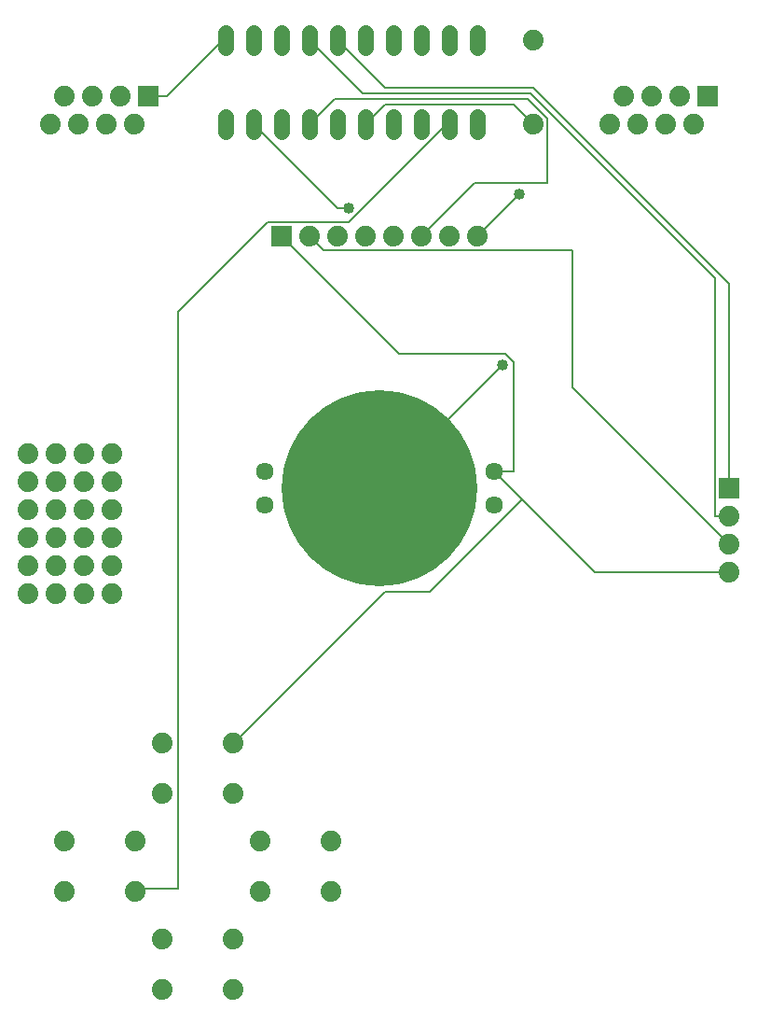
<source format=gbl>
G75*
G70*
%OFA0B0*%
%FSLAX24Y24*%
%IPPOS*%
%LPD*%
%AMOC8*
5,1,8,0,0,1.08239X$1,22.5*
%
%ADD10C,0.7000*%
%ADD11C,0.0634*%
%ADD12C,0.0560*%
%ADD13R,0.0740X0.0740*%
%ADD14C,0.0740*%
%ADD15C,0.0080*%
%ADD16C,0.0400*%
D10*
X014037Y019267D03*
D11*
X018137Y019867D03*
X018137Y018667D03*
X009937Y018667D03*
X009937Y019867D03*
D12*
X009535Y031987D02*
X009535Y032547D01*
X010535Y032547D02*
X010535Y031987D01*
X011535Y031987D02*
X011535Y032547D01*
X012535Y032547D02*
X012535Y031987D01*
X013535Y031987D02*
X013535Y032547D01*
X014535Y032547D02*
X014535Y031987D01*
X015535Y031987D02*
X015535Y032547D01*
X016535Y032547D02*
X016535Y031987D01*
X017535Y031987D02*
X017535Y032547D01*
X017535Y034987D02*
X017535Y035547D01*
X016535Y035547D02*
X016535Y034987D01*
X015535Y034987D02*
X015535Y035547D01*
X014535Y035547D02*
X014535Y034987D01*
X013535Y034987D02*
X013535Y035547D01*
X012535Y035547D02*
X012535Y034987D01*
X011535Y034987D02*
X011535Y035547D01*
X010535Y035547D02*
X010535Y034987D01*
X009535Y034987D02*
X009535Y035547D01*
X008535Y035547D02*
X008535Y034987D01*
X008535Y032547D02*
X008535Y031987D01*
D13*
X010537Y028267D03*
X005787Y033267D03*
X025787Y033267D03*
X026537Y019267D03*
D14*
X002757Y004877D03*
X002757Y006657D03*
X005317Y006657D03*
X005317Y004877D03*
X006257Y003157D03*
X006257Y001377D03*
X008817Y001377D03*
X008817Y003157D03*
X009757Y004877D03*
X009757Y006657D03*
X008817Y008377D03*
X008817Y010157D03*
X006257Y010157D03*
X006257Y008377D03*
X004487Y015517D03*
X004487Y016517D03*
X004487Y017517D03*
X004487Y018517D03*
X004487Y019517D03*
X004487Y020517D03*
X003487Y020517D03*
X003487Y019517D03*
X003487Y018517D03*
X003487Y017517D03*
X003487Y016517D03*
X003487Y015517D03*
X002487Y015517D03*
X002487Y016517D03*
X002487Y017517D03*
X002487Y018517D03*
X002487Y019517D03*
X002487Y020517D03*
X001487Y020517D03*
X001487Y019517D03*
X001487Y018517D03*
X001487Y017517D03*
X001487Y016517D03*
X001487Y015517D03*
X011537Y028267D03*
X012537Y028267D03*
X013537Y028267D03*
X014537Y028267D03*
X015537Y028267D03*
X016537Y028267D03*
X017537Y028267D03*
X019537Y032267D03*
X019537Y035267D03*
X022287Y032267D03*
X022787Y033267D03*
X023787Y033267D03*
X024287Y032267D03*
X023287Y032267D03*
X024787Y033267D03*
X025287Y032267D03*
X026537Y018267D03*
X026537Y017267D03*
X026537Y016267D03*
X012317Y006657D03*
X012317Y004877D03*
X005287Y032267D03*
X004287Y032267D03*
X004787Y033267D03*
X003787Y033267D03*
X003287Y032267D03*
X002287Y032267D03*
X002787Y033267D03*
D15*
X005787Y033267D02*
X006437Y033267D01*
X008437Y035267D01*
X008535Y035267D01*
X009537Y032267D02*
X009535Y032267D01*
X009537Y032267D02*
X012537Y029267D01*
X012937Y029267D01*
X012937Y028767D02*
X010037Y028767D01*
X006837Y025567D01*
X006837Y004967D01*
X005337Y004967D01*
X005317Y004877D01*
X008817Y010157D02*
X008837Y010167D01*
X014237Y015567D01*
X015837Y015567D01*
X019137Y018867D01*
X018137Y019867D01*
X018837Y019867D01*
X018837Y023767D01*
X018537Y024067D01*
X014737Y024067D01*
X010537Y028267D01*
X011537Y028267D02*
X012037Y027767D01*
X020937Y027767D01*
X020937Y022867D01*
X026537Y017267D01*
X026537Y016267D02*
X021737Y016267D01*
X019137Y018867D01*
X018437Y023667D02*
X014037Y019267D01*
X015537Y028267D02*
X017437Y030167D01*
X020037Y030167D01*
X020037Y032467D01*
X019337Y033167D01*
X012437Y033167D01*
X011537Y032267D01*
X011535Y032267D01*
X013437Y033367D02*
X019437Y033367D01*
X026037Y026767D01*
X026037Y018267D01*
X026537Y018267D01*
X026537Y019267D02*
X026537Y026567D01*
X019537Y033567D01*
X014237Y033567D01*
X012537Y035267D01*
X012535Y035267D01*
X011537Y035267D02*
X011535Y035267D01*
X011537Y035267D02*
X013437Y033367D01*
X014237Y032967D02*
X013537Y032267D01*
X013535Y032267D01*
X014237Y032967D02*
X018837Y032967D01*
X019537Y032267D01*
X019037Y029767D02*
X017537Y028267D01*
X016535Y032267D02*
X016437Y032267D01*
X012937Y028767D01*
D16*
X012937Y029267D03*
X018437Y023667D03*
X019037Y029767D03*
M02*

</source>
